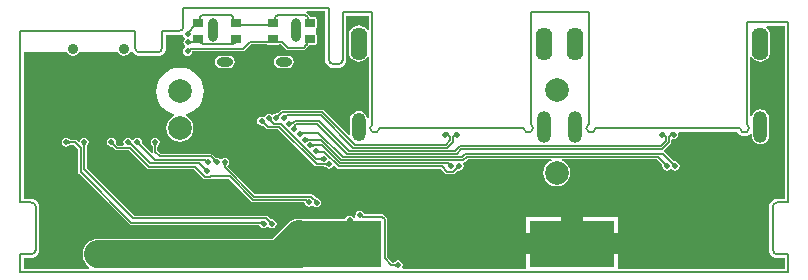
<source format=gbl>
G04*
G04 #@! TF.GenerationSoftware,Altium Limited,Altium Designer,20.2.7 (254)*
G04*
G04 Layer_Physical_Order=2*
G04 Layer_Color=16711680*
%FSLAX43Y43*%
%MOMM*%
G71*
G04*
G04 #@! TF.SameCoordinates,2D86DA50-308A-4E10-9511-59D9385B8F58*
G04*
G04*
G04 #@! TF.FilePolarity,Positive*
G04*
G01*
G75*
%ADD12C,0.200*%
%ADD15C,0.150*%
G04:AMPARAMS|DCode=19|XSize=0.9mm|YSize=0.7mm|CornerRadius=0.105mm|HoleSize=0mm|Usage=FLASHONLY|Rotation=180.000|XOffset=0mm|YOffset=0mm|HoleType=Round|Shape=RoundedRectangle|*
%AMROUNDEDRECTD19*
21,1,0.900,0.490,0,0,180.0*
21,1,0.690,0.700,0,0,180.0*
1,1,0.210,-0.345,0.245*
1,1,0.210,0.345,0.245*
1,1,0.210,0.345,-0.245*
1,1,0.210,-0.345,-0.245*
%
%ADD19ROUNDEDRECTD19*%
%ADD63C,0.130*%
%ADD65O,1.400X0.800*%
%ADD66O,0.800X2.000*%
%ADD67O,1.200X2.700*%
%ADD68O,1.400X2.800*%
%ADD69O,1.200X2.400*%
%ADD70C,2.000*%
%ADD71C,0.900*%
%ADD72C,0.500*%
%ADD73R,7.200X4.000*%
%ADD74C,2.400*%
G36*
X25794Y18000D02*
X25794D01*
X25818Y17817D01*
X25889Y17647D01*
X26001Y17501D01*
X26147Y17389D01*
X26317Y17318D01*
X26500Y17294D01*
Y17294D01*
X26500Y17294D01*
X26900D01*
Y17294D01*
X27083Y17318D01*
X27253Y17389D01*
X27399Y17501D01*
X27511Y17647D01*
X27582Y17817D01*
X27606Y18000D01*
X27606D01*
Y21694D01*
X29494D01*
Y20520D01*
X29428Y20490D01*
X29367Y20485D01*
X29247Y20642D01*
X29074Y20775D01*
X28872Y20859D01*
X28655Y20887D01*
X28438Y20859D01*
X28236Y20775D01*
X28063Y20642D01*
X27930Y20469D01*
X27846Y20267D01*
X27818Y20050D01*
Y18650D01*
X27846Y18433D01*
X27930Y18231D01*
X28063Y18058D01*
X28236Y17925D01*
X28438Y17841D01*
X28655Y17813D01*
X28872Y17841D01*
X29074Y17925D01*
X29247Y18058D01*
X29367Y18215D01*
X29428Y18209D01*
X29494Y18180D01*
Y13092D01*
X29367Y13084D01*
X29366Y13091D01*
X29293Y13268D01*
X29176Y13421D01*
X29023Y13538D01*
X28846Y13611D01*
X28655Y13636D01*
X28464Y13611D01*
X28287Y13538D01*
X28134Y13421D01*
X28017Y13268D01*
X27944Y13091D01*
X27919Y12900D01*
Y11700D01*
X27927Y11633D01*
X27807Y11574D01*
X25681Y13701D01*
X25616Y13744D01*
X25540Y13759D01*
X22171D01*
X22095Y13744D01*
X22031Y13701D01*
X21817Y13487D01*
X21803Y13482D01*
X21792Y13473D01*
X21787Y13469D01*
X21780Y13465D01*
X21771Y13461D01*
X21760Y13457D01*
X21747Y13453D01*
X21731Y13450D01*
X21713Y13447D01*
X21693Y13446D01*
X21666Y13446D01*
X21653Y13440D01*
X21518Y13413D01*
X21419Y13347D01*
X21376Y13330D01*
X21244Y13336D01*
X21173Y13383D01*
X21025Y13412D01*
X20877Y13383D01*
X20751Y13299D01*
X20667Y13173D01*
X20531Y13142D01*
X20425Y13163D01*
X20276Y13133D01*
X20151Y13049D01*
X20067Y12924D01*
X20037Y12775D01*
X20067Y12627D01*
X20151Y12501D01*
X20276Y12417D01*
X20425Y12388D01*
X20468Y12397D01*
X20493Y12391D01*
X20516Y12394D01*
X20532Y12396D01*
X20546Y12396D01*
X20557Y12395D01*
X20566Y12393D01*
X20573Y12391D01*
X20578Y12389D01*
X20583Y12386D01*
X20588Y12383D01*
X20598Y12374D01*
X20607Y12370D01*
X20612Y12362D01*
X20621Y12361D01*
X20798Y12183D01*
X20863Y12140D01*
X20939Y12125D01*
X21812D01*
X24930Y9007D01*
X24995Y8963D01*
X25071Y8948D01*
X25737D01*
X25751Y8942D01*
X25765Y8941D01*
X25772Y8940D01*
X25780Y8938D01*
X25789Y8934D01*
X25800Y8929D01*
X25811Y8923D01*
X25825Y8914D01*
X25839Y8903D01*
X25854Y8889D01*
X25873Y8871D01*
X25887Y8866D01*
X26001Y8789D01*
X26150Y8760D01*
X26298Y8789D01*
X26424Y8873D01*
X26491Y8974D01*
X26630Y9015D01*
X26836Y8809D01*
X26836Y8809D01*
X26900Y8766D01*
X26976Y8751D01*
X35593D01*
X35984Y8359D01*
X35984Y8359D01*
X36049Y8316D01*
X36125Y8301D01*
X36125Y8301D01*
X36647D01*
X36723Y8316D01*
X36788Y8359D01*
X36985Y8557D01*
X37000Y8562D01*
X37010Y8571D01*
X37016Y8575D01*
X37023Y8579D01*
X37032Y8584D01*
X37042Y8588D01*
X37056Y8591D01*
X37071Y8594D01*
X37089Y8597D01*
X37110Y8598D01*
X37136Y8598D01*
X37149Y8604D01*
X37284Y8631D01*
X37410Y8715D01*
X37494Y8841D01*
X37524Y8989D01*
X37494Y9137D01*
X37470Y9174D01*
X37482Y9226D01*
X37533Y9308D01*
X37576Y9316D01*
X37641Y9359D01*
X37857Y9576D01*
X44955D01*
X44980Y9449D01*
X44830Y9387D01*
X44594Y9206D01*
X44413Y8970D01*
X44299Y8695D01*
X44260Y8400D01*
X44299Y8105D01*
X44413Y7830D01*
X44594Y7594D01*
X44830Y7413D01*
X45105Y7299D01*
X45400Y7260D01*
X45695Y7299D01*
X45970Y7413D01*
X46206Y7594D01*
X46387Y7830D01*
X46501Y8105D01*
X46540Y8400D01*
X46501Y8695D01*
X46387Y8970D01*
X46206Y9206D01*
X45970Y9387D01*
X45820Y9449D01*
X45845Y9576D01*
X53869D01*
X54304Y9140D01*
X54309Y9126D01*
X54319Y9115D01*
X54323Y9110D01*
X54327Y9103D01*
X54331Y9094D01*
X54335Y9083D01*
X54339Y9070D01*
X54342Y9054D01*
X54344Y9036D01*
X54346Y9016D01*
X54346Y8989D01*
X54352Y8976D01*
X54379Y8841D01*
X54463Y8715D01*
X54589Y8631D01*
X54737Y8602D01*
X54885Y8631D01*
X55010Y8715D01*
X55039Y8733D01*
X55150D01*
X55162Y8715D01*
X55288Y8631D01*
X55436Y8602D01*
X55584Y8631D01*
X55710Y8715D01*
X55794Y8841D01*
X55824Y8989D01*
X55794Y9137D01*
X55710Y9263D01*
X55584Y9347D01*
X55449Y9374D01*
X55436Y9380D01*
X55410Y9380D01*
X55389Y9382D01*
X55371Y9384D01*
X55356Y9387D01*
X55342Y9391D01*
X55332Y9395D01*
X55323Y9399D01*
X55316Y9403D01*
X55310Y9407D01*
X55300Y9416D01*
X55285Y9422D01*
X54531Y10176D01*
X54523Y10181D01*
X54501Y10327D01*
X54503Y10335D01*
X55064Y10896D01*
X55107Y10960D01*
X55122Y11036D01*
X55122Y11036D01*
Y11161D01*
X55249Y11263D01*
X55300Y11253D01*
X55449Y11283D01*
X55574Y11367D01*
X55658Y11492D01*
X55688Y11641D01*
X55663Y11767D01*
X55729Y11894D01*
X60669D01*
X60689Y11847D01*
X60801Y11701D01*
X60947Y11589D01*
X61117Y11518D01*
X61300Y11494D01*
X61483Y11518D01*
X61653Y11589D01*
X61782Y11687D01*
X61909Y11656D01*
Y11550D01*
X61934Y11359D01*
X62007Y11182D01*
X62124Y11029D01*
X62277Y10912D01*
X62454Y10839D01*
X62645Y10814D01*
X62836Y10839D01*
X63013Y10912D01*
X63166Y11029D01*
X63283Y11182D01*
X63356Y11359D01*
X63381Y11550D01*
Y13050D01*
X63356Y13241D01*
X63283Y13418D01*
X63166Y13571D01*
X63013Y13688D01*
X62836Y13761D01*
X62645Y13786D01*
X62454Y13761D01*
X62277Y13688D01*
X62124Y13571D01*
X62007Y13418D01*
X61934Y13241D01*
X61933Y13234D01*
X61806Y13242D01*
Y18180D01*
X61872Y18210D01*
X61933Y18215D01*
X62053Y18058D01*
X62226Y17925D01*
X62428Y17841D01*
X62645Y17813D01*
X62862Y17841D01*
X63064Y17925D01*
X63237Y18058D01*
X63370Y18231D01*
X63454Y18433D01*
X63482Y18650D01*
Y20050D01*
X63454Y20267D01*
X63370Y20469D01*
X63237Y20642D01*
X63139Y20717D01*
X63182Y20844D01*
X64694D01*
Y6206D01*
X64100D01*
Y6206D01*
X63917Y6182D01*
X63747Y6111D01*
X63601Y5999D01*
X63489Y5853D01*
X63418Y5683D01*
X63394Y5500D01*
X63394D01*
Y1900D01*
X63394D01*
X63418Y1717D01*
X63489Y1547D01*
X63601Y1401D01*
X63747Y1289D01*
X63917Y1218D01*
X64100Y1194D01*
Y1194D01*
X64694D01*
Y306D01*
X50600D01*
Y1500D01*
X46700D01*
X42800D01*
Y306D01*
X32388D01*
X32320Y433D01*
X32333Y452D01*
X32362Y600D01*
X32333Y748D01*
X32249Y874D01*
X32123Y958D01*
X31975Y987D01*
X31827Y958D01*
X31713Y882D01*
X31699Y876D01*
X31682Y860D01*
X31669Y849D01*
X31657Y840D01*
X31645Y833D01*
X31634Y827D01*
X31624Y823D01*
X31615Y820D01*
X31605Y818D01*
X31596Y816D01*
X31580Y816D01*
X31566Y809D01*
X31487D01*
X31042Y1253D01*
Y4508D01*
X31027Y4588D01*
X30981Y4656D01*
X30790Y4848D01*
X30722Y4893D01*
X30642Y4909D01*
X29092D01*
X29085Y4949D01*
X29001Y5075D01*
X28875Y5159D01*
X28727Y5188D01*
X28578Y5159D01*
X28453Y5075D01*
X28369Y4949D01*
X28339Y4801D01*
X28364Y4675D01*
X28317Y4606D01*
X28276Y4563D01*
X28201Y4561D01*
X28142Y4649D01*
X28017Y4733D01*
X27868Y4762D01*
X27720Y4733D01*
X27594Y4649D01*
X27515Y4530D01*
X23687D01*
X23600Y4541D01*
X23513Y4530D01*
X23270D01*
Y4498D01*
X23253Y4496D01*
X22929Y4362D01*
X22651Y4149D01*
X21344Y2841D01*
X8100Y2841D01*
X6600D01*
X6253Y2796D01*
X6171Y2762D01*
X6152Y2758D01*
X6136Y2747D01*
X5929Y2662D01*
X5651Y2449D01*
X5438Y2171D01*
X5353Y1964D01*
X5342Y1948D01*
X5338Y1929D01*
X5304Y1847D01*
X5259Y1500D01*
X5304Y1153D01*
X5338Y1071D01*
X5342Y1052D01*
X5353Y1036D01*
X5438Y829D01*
X5651Y551D01*
X5806Y433D01*
X5763Y306D01*
X306D01*
Y1194D01*
X900D01*
Y1194D01*
X1083Y1218D01*
X1253Y1289D01*
X1399Y1401D01*
X1511Y1547D01*
X1582Y1717D01*
X1606Y1900D01*
X1606D01*
Y5500D01*
X1606D01*
X1582Y5683D01*
X1511Y5853D01*
X1399Y5999D01*
X1253Y6111D01*
X1083Y6182D01*
X900Y6206D01*
Y6206D01*
X306D01*
Y18600D01*
X3953D01*
X4032Y18482D01*
X4224Y18354D01*
X4450Y18309D01*
X4676Y18354D01*
X4868Y18482D01*
X4947Y18600D01*
X8253D01*
X8332Y18482D01*
X8524Y18354D01*
X8750Y18309D01*
X8976Y18354D01*
X9168Y18482D01*
X9247Y18600D01*
X9525D01*
X9601Y18501D01*
X9747Y18389D01*
X9917Y18318D01*
X10100Y18294D01*
Y18294D01*
X10100Y18294D01*
X11600D01*
X11600Y18294D01*
Y18294D01*
X11783Y18318D01*
X11953Y18389D01*
X12099Y18501D01*
X12211Y18647D01*
X12282Y18817D01*
X12306Y19000D01*
X12306D01*
Y20094D01*
X13400D01*
X13400Y20094D01*
Y20094D01*
X13583Y20118D01*
X13639Y20141D01*
X13641Y20141D01*
X13775Y20060D01*
X13789Y19990D01*
X13873Y19865D01*
X13895Y19850D01*
Y19723D01*
X13892Y19721D01*
X13808Y19596D01*
X13778Y19447D01*
X13808Y19299D01*
X13892Y19173D01*
X13919Y19155D01*
Y19003D01*
X13876Y18974D01*
X13792Y18848D01*
X13763Y18700D01*
X13792Y18552D01*
X13876Y18426D01*
X14002Y18342D01*
X14150Y18313D01*
X14298Y18342D01*
X14424Y18426D01*
X14508Y18552D01*
X14537Y18700D01*
X14538Y18701D01*
X18833D01*
X18909Y18716D01*
X18974Y18759D01*
X19516Y19301D01*
X20858D01*
X20869Y19286D01*
X20947Y19234D01*
X21038Y19215D01*
X21728D01*
X21820Y19234D01*
X21898Y19286D01*
X21907Y19299D01*
X22070D01*
X22509Y18859D01*
X22574Y18816D01*
X22650Y18801D01*
X23972D01*
X24048Y18816D01*
X24112Y18859D01*
X24306Y19053D01*
X24306Y19053D01*
X24374Y19121D01*
X24374Y19121D01*
X24417Y19186D01*
X24423Y19215D01*
X24895D01*
X24987Y19234D01*
X25064Y19286D01*
X25116Y19363D01*
X25135Y19455D01*
Y19945D01*
X25116Y20037D01*
X25064Y20114D01*
X24987Y20166D01*
X24982Y20167D01*
Y20633D01*
X24987Y20634D01*
X25064Y20686D01*
X25116Y20763D01*
X25135Y20855D01*
Y21345D01*
X25116Y21437D01*
X25064Y21514D01*
X24987Y21566D01*
X24895Y21585D01*
X24527D01*
X24515Y21645D01*
X24472Y21709D01*
X24241Y21941D01*
X24201Y21967D01*
X24222Y22094D01*
X25794D01*
Y18000D01*
D02*
G37*
G36*
X14331Y19639D02*
X14382Y19610D01*
X14407Y19598D01*
X14454Y19580D01*
X14476Y19573D01*
X14497Y19569D01*
X14517Y19566D01*
X14536Y19565D01*
X14566Y19435D01*
X14544Y19434D01*
X14522Y19430D01*
X14502Y19424D01*
X14482Y19416D01*
X14463Y19405D01*
X14444Y19391D01*
X14426Y19376D01*
X14409Y19357D01*
X14393Y19337D01*
X14377Y19314D01*
X14304Y19656D01*
X14331Y19639D01*
D02*
G37*
G36*
X14457Y18854D02*
X14444Y18840D01*
X14413Y18805D01*
X14406Y18795D01*
X14401Y18785D01*
X14396Y18777D01*
X14394Y18769D01*
X14393Y18763D01*
X14393Y18757D01*
X14286Y18909D01*
X14292Y18907D01*
X14298Y18906D01*
X14304Y18906D01*
X14311Y18907D01*
X14319Y18910D01*
X14327Y18915D01*
X14336Y18920D01*
X14345Y18927D01*
X14355Y18936D01*
X14365Y18946D01*
X14457Y18854D01*
D02*
G37*
G36*
X21989Y13286D02*
X21975Y13270D01*
X21962Y13253D01*
X21951Y13234D01*
X21942Y13214D01*
X21933Y13192D01*
X21927Y13168D01*
X21922Y13143D01*
X21918Y13116D01*
X21917Y13088D01*
X21916Y13057D01*
X21669Y13305D01*
X21699Y13305D01*
X21727Y13307D01*
X21754Y13311D01*
X21779Y13316D01*
X21803Y13322D01*
X21825Y13330D01*
X21845Y13340D01*
X21864Y13351D01*
X21881Y13364D01*
X21897Y13378D01*
X21989Y13286D01*
D02*
G37*
G36*
X21276Y12995D02*
X21278Y12967D01*
X21282Y12940D01*
X21287Y12915D01*
X21294Y12891D01*
X21302Y12869D01*
X21311Y12848D01*
X21323Y12830D01*
X21335Y12812D01*
X21349Y12797D01*
X21258Y12704D01*
X21243Y12718D01*
X21225Y12730D01*
X21206Y12741D01*
X21186Y12751D01*
X21164Y12759D01*
X21140Y12765D01*
X21115Y12770D01*
X21089Y12773D01*
X21060Y12775D01*
X21030Y12775D01*
X21275Y13025D01*
X21276Y12995D01*
D02*
G37*
G36*
X22955Y12689D02*
X22959Y12686D01*
X22966Y12684D01*
X22974Y12682D01*
X22984Y12680D01*
X22995Y12678D01*
X23024Y12676D01*
X23059Y12675D01*
Y12545D01*
X23046Y12545D01*
X23023Y12543D01*
X23014Y12542D01*
X23006Y12540D01*
X23000Y12537D01*
X22994Y12534D01*
X22990Y12531D01*
X22988Y12527D01*
X22986Y12522D01*
X22952Y12693D01*
X22955Y12689D01*
D02*
G37*
G36*
X20677Y12786D02*
X20691Y12729D01*
X20699Y12703D01*
X20709Y12679D01*
X20719Y12657D01*
X20729Y12637D01*
X20741Y12619D01*
X20754Y12602D01*
X20767Y12587D01*
X20692Y12478D01*
X20676Y12493D01*
X20658Y12506D01*
X20639Y12516D01*
X20619Y12524D01*
X20598Y12530D01*
X20575Y12535D01*
X20551Y12536D01*
X20526Y12536D01*
X20499Y12534D01*
X20471Y12530D01*
X20671Y12817D01*
X20677Y12786D01*
D02*
G37*
G36*
X23308Y12408D02*
X23312Y12352D01*
X23314Y12342D01*
X23316Y12334D01*
X23319Y12327D01*
X23322Y12322D01*
X23325Y12319D01*
X23154Y12354D01*
X23159Y12356D01*
X23163Y12358D01*
X23166Y12362D01*
X23169Y12367D01*
X23172Y12374D01*
X23174Y12382D01*
X23176Y12391D01*
X23177Y12402D01*
X23178Y12427D01*
X23308D01*
X23308Y12408D01*
D02*
G37*
G36*
X24300Y11354D02*
X24322Y11335D01*
X24343Y11319D01*
X24364Y11305D01*
X24386Y11292D01*
X24407Y11283D01*
X24428Y11275D01*
X24449Y11269D01*
X24470Y11266D01*
X24491Y11265D01*
Y11135D01*
X24470Y11134D01*
X24449Y11131D01*
X24428Y11125D01*
X24407Y11117D01*
X24386Y11108D01*
X24364Y11095D01*
X24343Y11081D01*
X24322Y11065D01*
X24300Y11046D01*
X24279Y11025D01*
Y11375D01*
X24300Y11354D01*
D02*
G37*
G36*
X24746Y10889D02*
X24767Y10870D01*
X24789Y10854D01*
X24810Y10840D01*
X24831Y10827D01*
X24852Y10818D01*
X24874Y10810D01*
X24895Y10804D01*
X24916Y10801D01*
X24937Y10800D01*
Y10670D01*
X24916Y10669D01*
X24895Y10666D01*
X24874Y10660D01*
X24852Y10652D01*
X24831Y10642D01*
X24810Y10630D01*
X24789Y10616D01*
X24767Y10600D01*
X24746Y10581D01*
X24724Y10560D01*
Y10910D01*
X24746Y10889D01*
D02*
G37*
G36*
X25224Y10376D02*
X25239Y10355D01*
X25255Y10337D01*
X25272Y10321D01*
X25289Y10307D01*
X25308Y10296D01*
X25328Y10287D01*
X25348Y10281D01*
X25369Y10278D01*
X25391Y10276D01*
X25355Y10146D01*
X25336Y10146D01*
X25316Y10143D01*
X25295Y10139D01*
X25273Y10133D01*
X25250Y10125D01*
X25200Y10105D01*
X25174Y10092D01*
X25118Y10061D01*
X25210Y10399D01*
X25224Y10376D01*
D02*
G37*
G36*
X25536Y9402D02*
X25512Y9422D01*
X25466Y9455D01*
X25443Y9468D01*
X25420Y9479D01*
X25398Y9489D01*
X25377Y9496D01*
X25356Y9501D01*
X25335Y9504D01*
X25314Y9505D01*
X25302Y9635D01*
X25324Y9636D01*
X25345Y9640D01*
X25366Y9646D01*
X25387Y9654D01*
X25407Y9664D01*
X25427Y9677D01*
X25447Y9692D01*
X25467Y9709D01*
X25486Y9729D01*
X25505Y9751D01*
X25536Y9402D01*
D02*
G37*
G36*
X36235Y9258D02*
X36249Y9247D01*
X36262Y9237D01*
X36275Y9230D01*
X36288Y9224D01*
X36301Y9220D01*
X36313Y9218D01*
X36325Y9218D01*
X36337Y9220D01*
X36349Y9223D01*
X36193Y9043D01*
X36194Y9055D01*
X36194Y9068D01*
X36193Y9080D01*
X36189Y9093D01*
X36183Y9107D01*
X36176Y9121D01*
X36167Y9135D01*
X36157Y9149D01*
X36144Y9164D01*
X36130Y9179D01*
X36222Y9271D01*
X36235Y9258D01*
D02*
G37*
G36*
X55221Y9298D02*
X55238Y9285D01*
X55257Y9274D01*
X55278Y9265D01*
X55300Y9257D01*
X55323Y9250D01*
X55348Y9245D01*
X55375Y9241D01*
X55404Y9240D01*
X55434Y9239D01*
X55186Y8992D01*
X55186Y9022D01*
X55184Y9050D01*
X55180Y9077D01*
X55175Y9102D01*
X55169Y9126D01*
X55161Y9148D01*
X55151Y9168D01*
X55140Y9187D01*
X55128Y9204D01*
X55113Y9220D01*
X55205Y9312D01*
X55221Y9298D01*
D02*
G37*
G36*
X54522Y9298D02*
X54539Y9285D01*
X54558Y9274D01*
X54578Y9265D01*
X54600Y9257D01*
X54624Y9250D01*
X54649Y9245D01*
X54676Y9241D01*
X54704Y9240D01*
X54734Y9239D01*
X54487Y8992D01*
X54486Y9022D01*
X54484Y9050D01*
X54481Y9077D01*
X54476Y9102D01*
X54469Y9126D01*
X54461Y9148D01*
X54452Y9168D01*
X54441Y9187D01*
X54428Y9204D01*
X54414Y9220D01*
X54506Y9312D01*
X54522Y9298D01*
D02*
G37*
G36*
X25971Y8972D02*
X25950Y8993D01*
X25928Y9012D01*
X25907Y9028D01*
X25885Y9043D01*
X25864Y9055D01*
X25843Y9065D01*
X25822Y9072D01*
X25800Y9078D01*
X25779Y9081D01*
X25758Y9082D01*
Y9212D01*
X25779Y9213D01*
X25800Y9217D01*
X25822Y9222D01*
X25843Y9230D01*
X25864Y9240D01*
X25885Y9252D01*
X25907Y9266D01*
X25928Y9283D01*
X25950Y9301D01*
X25971Y9322D01*
Y8972D01*
D02*
G37*
G36*
X37134Y8739D02*
X37104Y8739D01*
X37075Y8737D01*
X37048Y8733D01*
X37023Y8728D01*
X37000Y8722D01*
X36978Y8714D01*
X36957Y8704D01*
X36938Y8693D01*
X36921Y8680D01*
X36905Y8666D01*
X36813Y8758D01*
X36828Y8774D01*
X36840Y8791D01*
X36851Y8810D01*
X36861Y8830D01*
X36869Y8853D01*
X36875Y8876D01*
X36880Y8901D01*
X36884Y8928D01*
X36886Y8957D01*
X36886Y8987D01*
X37134Y8739D01*
D02*
G37*
G36*
X31796Y425D02*
X31777Y444D01*
X31757Y461D01*
X31736Y476D01*
X31716Y489D01*
X31695Y500D01*
X31674Y509D01*
X31652Y516D01*
X31631Y521D01*
X31609Y524D01*
X31587Y525D01*
Y675D01*
X31609Y676D01*
X31631Y679D01*
X31652Y684D01*
X31674Y691D01*
X31695Y700D01*
X31716Y711D01*
X31736Y724D01*
X31757Y739D01*
X31777Y756D01*
X31796Y775D01*
Y425D01*
D02*
G37*
%LPC*%
G36*
X22600Y18340D02*
X22000D01*
X21793Y18299D01*
X21618Y18182D01*
X21501Y18007D01*
X21460Y17800D01*
X21501Y17593D01*
X21618Y17418D01*
X21793Y17301D01*
X22000Y17260D01*
X22600D01*
X22807Y17301D01*
X22982Y17418D01*
X23099Y17593D01*
X23140Y17800D01*
X23099Y18007D01*
X22982Y18182D01*
X22807Y18299D01*
X22600Y18340D01*
D02*
G37*
G36*
X17600D02*
X17000D01*
X16793Y18299D01*
X16618Y18182D01*
X16501Y18007D01*
X16460Y17800D01*
X16501Y17593D01*
X16618Y17418D01*
X16793Y17301D01*
X17000Y17260D01*
X17600D01*
X17807Y17301D01*
X17982Y17418D01*
X18099Y17593D01*
X18140Y17800D01*
X18099Y18007D01*
X17982Y18182D01*
X17807Y18299D01*
X17600Y18340D01*
D02*
G37*
G36*
X13500Y17310D02*
X13108Y17271D01*
X12731Y17157D01*
X12383Y16971D01*
X12079Y16721D01*
X11829Y16417D01*
X11643Y16069D01*
X11529Y15692D01*
X11490Y15300D01*
X11529Y14908D01*
X11643Y14531D01*
X11829Y14183D01*
X12079Y13879D01*
X12383Y13629D01*
X12731Y13443D01*
X13011Y13358D01*
X13018Y13223D01*
X12930Y13187D01*
X12694Y13006D01*
X12513Y12770D01*
X12399Y12495D01*
X12360Y12200D01*
X12399Y11905D01*
X12513Y11630D01*
X12694Y11394D01*
X12930Y11213D01*
X13205Y11099D01*
X13500Y11060D01*
X13795Y11099D01*
X14070Y11213D01*
X14306Y11394D01*
X14487Y11630D01*
X14601Y11905D01*
X14640Y12200D01*
X14601Y12495D01*
X14487Y12770D01*
X14306Y13006D01*
X14070Y13187D01*
X13982Y13223D01*
X13989Y13358D01*
X14269Y13443D01*
X14617Y13629D01*
X14921Y13879D01*
X15171Y14183D01*
X15357Y14531D01*
X15471Y14908D01*
X15510Y15300D01*
X15471Y15692D01*
X15357Y16069D01*
X15171Y16417D01*
X14921Y16721D01*
X14617Y16971D01*
X14269Y17157D01*
X13892Y17271D01*
X13500Y17310D01*
D02*
G37*
G36*
X9104Y11393D02*
X8956Y11364D01*
X8830Y11280D01*
X8746Y11154D01*
X8717Y11006D01*
X8746Y10858D01*
X8767Y10826D01*
X8699Y10699D01*
X8282D01*
X8132Y10849D01*
X8127Y10863D01*
X8118Y10874D01*
X8114Y10879D01*
X8110Y10887D01*
X8106Y10895D01*
X8102Y10906D01*
X8098Y10919D01*
X8095Y10935D01*
X8092Y10953D01*
X8091Y10973D01*
X8091Y11000D01*
X8085Y11013D01*
X8058Y11148D01*
X7974Y11274D01*
X7848Y11358D01*
X7700Y11387D01*
X7552Y11358D01*
X7426Y11274D01*
X7342Y11148D01*
X7313Y11000D01*
X7342Y10852D01*
X7426Y10726D01*
X7552Y10642D01*
X7687Y10615D01*
X7700Y10609D01*
X7727Y10609D01*
X7747Y10608D01*
X7765Y10605D01*
X7781Y10602D01*
X7794Y10598D01*
X7805Y10594D01*
X7813Y10590D01*
X7821Y10586D01*
X7826Y10582D01*
X7837Y10573D01*
X7851Y10568D01*
X8059Y10359D01*
X8124Y10316D01*
X8200Y10301D01*
X9218D01*
X10759Y8759D01*
X10824Y8716D01*
X10900Y8701D01*
X14737D01*
X15239Y8200D01*
X15239Y8199D01*
X15499Y7939D01*
X15564Y7896D01*
X15640Y7881D01*
X16009D01*
X16085Y7896D01*
X16093Y7901D01*
X17637D01*
X19579Y5959D01*
X19643Y5916D01*
X19720Y5901D01*
X24046D01*
X24071Y5774D01*
X24155Y5649D01*
X24281Y5565D01*
X24429Y5535D01*
X24577Y5565D01*
X24645Y5610D01*
X24797Y5602D01*
X24818Y5592D01*
X24928Y5518D01*
X25076Y5488D01*
X25225Y5518D01*
X25350Y5602D01*
X25434Y5727D01*
X25464Y5876D01*
X25434Y6024D01*
X25350Y6150D01*
X25225Y6234D01*
X25193Y6240D01*
X25176Y6253D01*
X25118Y6270D01*
X25098Y6277D01*
X25057Y6293D01*
X25044Y6300D01*
X25031Y6307D01*
X25021Y6314D01*
X25014Y6319D01*
X25005Y6328D01*
X24990Y6334D01*
X24783Y6541D01*
X24718Y6584D01*
X24642Y6599D01*
X19882D01*
X17521Y8960D01*
X17523Y8962D01*
X17531Y8975D01*
X17542Y8988D01*
X17555Y9003D01*
X17572Y9021D01*
X17577Y9032D01*
X17657Y9152D01*
X17686Y9300D01*
X17657Y9448D01*
X17573Y9574D01*
X17447Y9658D01*
X17299Y9687D01*
X17150Y9658D01*
X17025Y9574D01*
X17013Y9556D01*
X16886D01*
X16874Y9574D01*
X16748Y9658D01*
X16613Y9685D01*
X16600Y9691D01*
X16573Y9691D01*
X16553Y9692D01*
X16535Y9695D01*
X16519Y9698D01*
X16506Y9702D01*
X16495Y9706D01*
X16486Y9710D01*
X16479Y9714D01*
X16474Y9718D01*
X16463Y9727D01*
X16449Y9732D01*
X16241Y9941D01*
X16176Y9984D01*
X16100Y9999D01*
X11882D01*
X11599Y10282D01*
Y10587D01*
X11606Y10601D01*
X11606Y10615D01*
X11607Y10622D01*
X11609Y10630D01*
X11613Y10639D01*
X11618Y10650D01*
X11624Y10662D01*
X11633Y10675D01*
X11644Y10689D01*
X11658Y10705D01*
X11676Y10723D01*
X11681Y10737D01*
X11758Y10852D01*
X11787Y11000D01*
X11758Y11148D01*
X11674Y11274D01*
X11548Y11358D01*
X11400Y11387D01*
X11252Y11358D01*
X11126Y11274D01*
X11042Y11148D01*
X11013Y11000D01*
X11042Y10852D01*
X11119Y10737D01*
X11124Y10723D01*
X11142Y10705D01*
X11156Y10689D01*
X11167Y10675D01*
X11176Y10662D01*
X11182Y10650D01*
X11187Y10639D01*
X11191Y10630D01*
X11193Y10622D01*
X11194Y10615D01*
X11194Y10601D01*
X11201Y10587D01*
Y10200D01*
X11211Y10150D01*
X11131Y10086D01*
X11106Y10075D01*
X10332Y10849D01*
X10327Y10863D01*
X10318Y10874D01*
X10314Y10879D01*
X10310Y10887D01*
X10306Y10895D01*
X10302Y10906D01*
X10298Y10919D01*
X10295Y10935D01*
X10292Y10953D01*
X10291Y10973D01*
X10291Y11000D01*
X10285Y11013D01*
X10258Y11148D01*
X10174Y11274D01*
X10048Y11358D01*
X9900Y11387D01*
X9752Y11358D01*
X9626Y11274D01*
X9575Y11197D01*
X9571Y11195D01*
X9432Y11198D01*
X9378Y11280D01*
X9252Y11364D01*
X9104Y11393D01*
D02*
G37*
G36*
X3875Y11387D02*
X3727Y11358D01*
X3601Y11274D01*
X3517Y11148D01*
X3488Y11000D01*
X3517Y10852D01*
X3601Y10726D01*
X3727Y10642D01*
X3875Y10613D01*
X4023Y10642D01*
X4137Y10718D01*
X4151Y10724D01*
X4168Y10740D01*
X4181Y10751D01*
X4193Y10760D01*
X4205Y10767D01*
X4216Y10773D01*
X4226Y10777D01*
X4235Y10780D01*
X4245Y10782D01*
X4254Y10784D01*
X4270Y10784D01*
X4284Y10791D01*
X4513D01*
X4878Y10426D01*
Y8488D01*
X4894Y8408D01*
X4940Y8340D01*
X4983Y8311D01*
X9234Y4059D01*
X9299Y4016D01*
X9375Y4001D01*
X20181D01*
X20195Y3994D01*
X20209Y3994D01*
X20213Y3993D01*
X20215Y3992D01*
X20216Y3992D01*
X20217Y3991D01*
X20218Y3990D01*
X20221Y3987D01*
X20225Y3982D01*
X20230Y3973D01*
X20237Y3955D01*
X20244Y3948D01*
X20326Y3826D01*
X20452Y3742D01*
X20600Y3713D01*
X20748Y3742D01*
X20874Y3826D01*
X20881Y3837D01*
X21034D01*
X21043Y3823D01*
X21168Y3739D01*
X21317Y3710D01*
X21465Y3739D01*
X21591Y3823D01*
X21675Y3949D01*
X21704Y4097D01*
X21675Y4246D01*
X21591Y4371D01*
X21465Y4455D01*
X21330Y4482D01*
X21316Y4488D01*
X21290Y4489D01*
X21270Y4490D01*
X21252Y4492D01*
X21236Y4495D01*
X21223Y4499D01*
X21212Y4503D01*
X21203Y4507D01*
X21196Y4511D01*
X21190Y4515D01*
X21180Y4525D01*
X21165Y4530D01*
X20970Y4725D01*
X20906Y4768D01*
X20830Y4783D01*
X9598D01*
X5599Y8782D01*
Y10587D01*
X5606Y10601D01*
X5606Y10615D01*
X5607Y10622D01*
X5609Y10630D01*
X5613Y10639D01*
X5618Y10650D01*
X5624Y10662D01*
X5633Y10675D01*
X5644Y10689D01*
X5658Y10705D01*
X5676Y10723D01*
X5681Y10737D01*
X5758Y10852D01*
X5787Y11000D01*
X5758Y11148D01*
X5674Y11274D01*
X5548Y11358D01*
X5400Y11387D01*
X5252Y11358D01*
X5126Y11274D01*
X5042Y11148D01*
X5023Y11052D01*
X4892Y11003D01*
X4748Y11148D01*
X4680Y11193D01*
X4600Y11209D01*
X4284D01*
X4270Y11216D01*
X4254Y11216D01*
X4245Y11218D01*
X4235Y11220D01*
X4226Y11223D01*
X4216Y11227D01*
X4205Y11233D01*
X4193Y11240D01*
X4181Y11249D01*
X4168Y11260D01*
X4151Y11276D01*
X4137Y11282D01*
X4023Y11358D01*
X3875Y11387D01*
D02*
G37*
G36*
X50600Y4700D02*
X47600D01*
Y3300D01*
X50600D01*
Y4700D01*
D02*
G37*
G36*
X45800D02*
X42800D01*
Y3300D01*
X45800D01*
Y4700D01*
D02*
G37*
%LPD*%
G36*
X9355Y11035D02*
X9383Y10952D01*
X9394Y10929D01*
X9416Y10887D01*
X9428Y10869D01*
X9440Y10853D01*
X9453Y10839D01*
X9386Y10722D01*
X9369Y10737D01*
X9352Y10749D01*
X9333Y10759D01*
X9313Y10767D01*
X9292Y10773D01*
X9270Y10776D01*
X9247Y10777D01*
X9222Y10775D01*
X9197Y10771D01*
X9170Y10765D01*
X9346Y11067D01*
X9355Y11035D01*
D02*
G37*
G36*
X10150Y10967D02*
X10152Y10939D01*
X10156Y10912D01*
X10161Y10887D01*
X10167Y10863D01*
X10175Y10841D01*
X10185Y10821D01*
X10196Y10802D01*
X10209Y10785D01*
X10223Y10769D01*
X10131Y10677D01*
X10115Y10691D01*
X10098Y10704D01*
X10079Y10715D01*
X10059Y10725D01*
X10037Y10733D01*
X10013Y10739D01*
X9988Y10744D01*
X9961Y10748D01*
X9932Y10750D01*
X9903Y10750D01*
X10150Y10998D01*
X10150Y10967D01*
D02*
G37*
G36*
X7950Y10967D02*
X7952Y10939D01*
X7956Y10912D01*
X7961Y10887D01*
X7967Y10863D01*
X7975Y10841D01*
X7985Y10821D01*
X7996Y10802D01*
X8009Y10785D01*
X8023Y10769D01*
X7931Y10677D01*
X7915Y10691D01*
X7898Y10704D01*
X7879Y10715D01*
X7859Y10725D01*
X7837Y10733D01*
X7813Y10739D01*
X7788Y10744D01*
X7761Y10748D01*
X7733Y10750D01*
X7702Y10750D01*
X7950Y10998D01*
X7950Y10967D01*
D02*
G37*
G36*
X11554Y10800D02*
X11535Y10778D01*
X11519Y10757D01*
X11505Y10736D01*
X11493Y10714D01*
X11483Y10693D01*
X11475Y10672D01*
X11469Y10651D01*
X11466Y10630D01*
X11465Y10609D01*
X11335D01*
X11334Y10630D01*
X11331Y10651D01*
X11325Y10672D01*
X11317Y10693D01*
X11307Y10714D01*
X11295Y10736D01*
X11281Y10757D01*
X11265Y10778D01*
X11246Y10800D01*
X11225Y10821D01*
X11575D01*
X11554Y10800D01*
D02*
G37*
G36*
X15691Y9536D02*
X15709Y9521D01*
X15717Y9516D01*
X15725Y9511D01*
X15732Y9509D01*
X15739Y9507D01*
X15745Y9507D01*
X15750Y9508D01*
X15755Y9510D01*
X15653Y9361D01*
X15653Y9366D01*
X15652Y9372D01*
X15649Y9379D01*
X15645Y9387D01*
X15639Y9396D01*
X15632Y9406D01*
X15614Y9428D01*
X15589Y9454D01*
X15681Y9546D01*
X15691Y9536D01*
D02*
G37*
G36*
X16385Y9609D02*
X16402Y9596D01*
X16421Y9585D01*
X16441Y9575D01*
X16463Y9567D01*
X16487Y9561D01*
X16512Y9556D01*
X16539Y9552D01*
X16567Y9550D01*
X16597Y9550D01*
X16350Y9302D01*
X16350Y9333D01*
X16348Y9361D01*
X16344Y9388D01*
X16339Y9413D01*
X16333Y9437D01*
X16325Y9459D01*
X16315Y9479D01*
X16304Y9498D01*
X16291Y9515D01*
X16277Y9531D01*
X16369Y9623D01*
X16385Y9609D01*
D02*
G37*
G36*
X17451Y9099D02*
X17433Y9078D01*
X17417Y9057D01*
X17403Y9036D01*
X17391Y9015D01*
X17381Y8994D01*
X17373Y8973D01*
X17368Y8951D01*
X17365Y8930D01*
X17364Y8909D01*
X17234D01*
X17233Y8930D01*
X17229Y8951D01*
X17224Y8973D01*
X17216Y8994D01*
X17207Y9015D01*
X17195Y9036D01*
X17181Y9057D01*
X17164Y9078D01*
X17146Y9099D01*
X17125Y9120D01*
X17472D01*
X17451Y9099D01*
D02*
G37*
G36*
X15609Y8833D02*
X15626Y8820D01*
X15645Y8809D01*
X15666Y8800D01*
X15688Y8792D01*
X15711Y8785D01*
X15737Y8780D01*
X15763Y8777D01*
X15792Y8775D01*
X15822Y8774D01*
X15574Y8527D01*
X15574Y8557D01*
X15572Y8585D01*
X15568Y8612D01*
X15563Y8637D01*
X15557Y8661D01*
X15549Y8683D01*
X15539Y8703D01*
X15528Y8722D01*
X15516Y8740D01*
X15502Y8755D01*
X15594Y8847D01*
X15609Y8833D01*
D02*
G37*
G36*
X24222Y6138D02*
X24243Y6120D01*
X24248Y6117D01*
X24253Y6114D01*
X24258Y6112D01*
X24261Y6111D01*
X24264Y6112D01*
X24267Y6113D01*
X24185Y5979D01*
X24185Y5981D01*
X24184Y5985D01*
X24181Y5990D01*
X24176Y5995D01*
X24164Y6010D01*
X24134Y6041D01*
X24122Y6054D01*
X24214Y6146D01*
X24222Y6138D01*
D02*
G37*
G36*
X24924Y6212D02*
X24940Y6199D01*
X24958Y6187D01*
X24977Y6176D01*
X24999Y6165D01*
X25049Y6145D01*
X25076Y6136D01*
X25138Y6118D01*
X24835Y5942D01*
X24842Y5968D01*
X24845Y5994D01*
X24847Y6018D01*
X24846Y6042D01*
X24843Y6064D01*
X24838Y6085D01*
X24830Y6105D01*
X24820Y6123D01*
X24807Y6141D01*
X24793Y6158D01*
X24910Y6224D01*
X24924Y6212D01*
D02*
G37*
G36*
X4073Y11156D02*
X4093Y11139D01*
X4114Y11124D01*
X4134Y11111D01*
X4155Y11100D01*
X4176Y11091D01*
X4198Y11084D01*
X4219Y11079D01*
X4241Y11076D01*
X4263Y11075D01*
Y10925D01*
X4241Y10924D01*
X4219Y10921D01*
X4198Y10916D01*
X4176Y10909D01*
X4155Y10900D01*
X4134Y10889D01*
X4114Y10876D01*
X4093Y10861D01*
X4073Y10844D01*
X4054Y10825D01*
Y11175D01*
X4073Y11156D01*
D02*
G37*
G36*
X5554Y10800D02*
X5535Y10778D01*
X5519Y10757D01*
X5505Y10736D01*
X5492Y10714D01*
X5483Y10693D01*
X5475Y10672D01*
X5469Y10651D01*
X5466Y10630D01*
X5465Y10609D01*
X5335D01*
X5334Y10630D01*
X5331Y10651D01*
X5325Y10672D01*
X5317Y10693D01*
X5307Y10714D01*
X5295Y10736D01*
X5281Y10757D01*
X5265Y10778D01*
X5246Y10800D01*
X5225Y10821D01*
X5575D01*
X5554Y10800D01*
D02*
G37*
G36*
X21102Y4406D02*
X21119Y4393D01*
X21138Y4382D01*
X21158Y4373D01*
X21180Y4365D01*
X21204Y4358D01*
X21229Y4353D01*
X21256Y4350D01*
X21284Y4348D01*
X21314Y4347D01*
X21067Y4100D01*
X21066Y4130D01*
X21064Y4158D01*
X21061Y4185D01*
X21056Y4210D01*
X21049Y4234D01*
X21041Y4256D01*
X21032Y4276D01*
X21021Y4295D01*
X21008Y4313D01*
X20994Y4328D01*
X21086Y4420D01*
X21102Y4406D01*
D02*
G37*
G36*
X20366Y4011D02*
X20356Y4035D01*
X20345Y4056D01*
X20332Y4074D01*
X20317Y4090D01*
X20302Y4104D01*
X20285Y4115D01*
X20266Y4124D01*
X20246Y4130D01*
X20225Y4134D01*
X20202Y4135D01*
X20262Y4265D01*
X20279Y4266D01*
X20298Y4268D01*
X20318Y4271D01*
X20363Y4282D01*
X20388Y4289D01*
X20474Y4319D01*
X20506Y4332D01*
X20366Y4011D01*
D02*
G37*
D12*
X900Y1500D02*
G03*
X1300Y1900I0J400D01*
G01*
X42600Y12200D02*
G03*
X43200Y12546I400J0D01*
G01*
X1300Y5500D02*
G03*
X900Y5900I-400J0D01*
G01*
X11600Y18600D02*
G03*
X12000Y19000I0J400D01*
G01*
X63700Y1900D02*
G03*
X64100Y1500I400J0D01*
G01*
Y5900D02*
G03*
X63700Y5500I0J-400D01*
G01*
X60900Y12200D02*
G03*
X61500Y12546I400J0D01*
G01*
X29800D02*
G03*
X30400Y12200I200J-346D01*
G01*
X26100Y18000D02*
G03*
X26500Y17600I400J0D01*
G01*
X48100Y12546D02*
G03*
X48700Y12200I200J-346D01*
G01*
X9700Y19000D02*
G03*
X10100Y18600I400J0D01*
G01*
X13400Y20400D02*
G03*
X13800Y20800I0J400D01*
G01*
X26900Y17600D02*
G03*
X27300Y18000I0J400D01*
G01*
X29800Y12546D02*
Y22000D01*
X27300D02*
X29800D01*
X61500Y12546D02*
Y21150D01*
X65000D01*
X64100Y5900D02*
X65000D01*
Y21150D01*
X0Y5900D02*
Y20400D01*
X65000Y0D02*
Y1500D01*
X26100Y18000D02*
Y22400D01*
X0Y0D02*
X65000D01*
X43200Y22000D02*
X48100D01*
X30400Y12200D02*
X42600D01*
X0Y20400D02*
X9700D01*
X12000D02*
X13400D01*
X0Y5900D02*
X900D01*
X12000Y19000D02*
Y20400D01*
X26500Y17600D02*
X26900D01*
X13800Y20800D02*
Y22400D01*
X63700Y1900D02*
Y5500D01*
X0Y0D02*
Y1500D01*
X48700Y12200D02*
X60900D01*
X0Y1500D02*
X900D01*
X48100Y12546D02*
Y22000D01*
X43200Y12546D02*
Y22000D01*
X9700Y19000D02*
Y20400D01*
X64100Y1500D02*
X65000D01*
X27300Y18000D02*
Y22000D01*
X1300Y1900D02*
Y5500D01*
X10100Y18600D02*
X11600D01*
X13800Y22400D02*
X26100D01*
D15*
X28989Y4700D02*
X30642D01*
X3875Y11000D02*
X4600D01*
X5088Y10513D01*
Y8488D02*
Y10513D01*
X30642Y4700D02*
X30833Y4508D01*
X28727Y4801D02*
X28794Y4734D01*
X28956D01*
X28989Y4700D01*
X30833Y1167D02*
X31400Y600D01*
X31975D01*
X30833Y1167D02*
Y4508D01*
D19*
X24550Y19700D02*
D03*
Y21100D02*
D03*
X21383Y21100D02*
D03*
Y19700D02*
D03*
X18217Y19700D02*
D03*
Y21100D02*
D03*
X15050D02*
D03*
Y19700D02*
D03*
D63*
X14147Y20239D02*
X14812Y20903D01*
X15083D02*
X15169Y20989D01*
X14812Y20903D02*
X15083D01*
X15400Y21800D02*
X17800D01*
X15169Y20989D02*
Y21569D01*
X15400Y21800D01*
X17800D02*
X18031Y21569D01*
Y21086D02*
Y21569D01*
Y21086D02*
X18217Y20900D01*
X21788Y21800D02*
X24100D01*
X24331Y21119D02*
Y21569D01*
X24100Y21800D02*
X24331Y21569D01*
X21557Y20973D02*
Y21569D01*
X21483Y20900D02*
X21557Y20973D01*
Y21569D02*
X21788Y21800D01*
X22650Y19000D02*
X23972D01*
X24165Y19193D02*
Y19193D01*
X23972Y19000D02*
X24165Y19193D01*
X24316Y19500D02*
X24550D01*
X24234Y19418D02*
X24316Y19500D01*
X24234Y19262D02*
Y19418D01*
X24165Y19193D02*
X24234Y19262D01*
X28300Y10800D02*
X36000D01*
X25540Y13560D02*
X28300Y10800D01*
X22171Y13560D02*
X25540D01*
X28192Y10540D02*
X36108D01*
X22575Y13300D02*
X25432D01*
X28192Y10540D01*
X36900Y11741D02*
X37000D01*
X35987D02*
X36087D01*
X55200D02*
X55300D01*
X54287D02*
X54387D01*
X37207Y10675D02*
X54194D01*
X54664Y11144D01*
X20529Y4171D02*
X20600Y4100D01*
X20500Y4200D02*
X20529Y4171D01*
X22300Y13025D02*
X22575Y13300D01*
X21383Y19500D02*
X21483D01*
X19433D02*
X21383D01*
X18217Y20900D02*
X21483D01*
X11000Y9200D02*
X15149D01*
X15824Y8524D01*
X14819Y8900D02*
X15379Y8340D01*
X10900Y8900D02*
X14819D01*
X15379Y8340D02*
Y8340D01*
Y8340D02*
X15640Y8079D01*
X16009D01*
X16029Y8100D02*
X17720D01*
X19720Y6100D01*
X16009Y8079D02*
X16029Y8100D01*
X17991Y19274D02*
X18217Y19500D01*
X15202Y19500D02*
X15427Y19274D01*
X17991D01*
X14219Y19500D02*
X15202D01*
X27069Y9225D02*
X36176D01*
X25559Y10735D02*
X27069Y9225D01*
X26976Y8950D02*
X35675D01*
X25715Y10211D02*
X26976Y8950D01*
X27735Y9500D02*
X27735Y9500D01*
X27680Y10020D02*
X36920D01*
X27788Y10280D02*
X36812D01*
X37392Y9760D02*
X37667Y10035D01*
X27162Y9500D02*
X27735D01*
X27269Y9760D02*
X37392D01*
X25148Y12552D02*
X27680Y10020D01*
X25229Y11800D02*
X27269Y9760D01*
X25462Y11200D02*
X27162Y9500D01*
X36920Y10020D02*
X37315Y10415D01*
X25256Y12812D02*
X27788Y10280D01*
X36812D02*
X37207Y10675D01*
X36412Y8989D02*
X36437D01*
X36176Y9225D02*
X36412Y8989D01*
X35675Y8950D02*
X36125Y8500D01*
X23368Y12552D02*
X25148D01*
X23260Y12812D02*
X25256D01*
X23893Y11800D02*
X25229D01*
X25057Y10211D02*
X25715D01*
X24546Y10735D02*
X25559D01*
X22789Y12610D02*
X23059D01*
X23260Y12812D01*
X23193Y12107D02*
X23243Y12157D01*
X25066Y11200D02*
X25462D01*
X23243Y12427D02*
X23368Y12552D01*
X22739Y12561D02*
X22789Y12610D01*
X23243Y12157D02*
Y12427D01*
X21894Y12324D02*
X25071Y9147D01*
X25677Y9570D02*
X25699Y9592D01*
X25051Y9570D02*
X25677D01*
X25071Y9147D02*
X26150D01*
X22038Y12584D02*
X25051Y9570D01*
X25066Y11200D02*
X25066Y11200D01*
X24100Y11200D02*
X25066D01*
X27735Y9500D02*
X37500D01*
X9300Y10500D02*
X10900Y8900D01*
X8200Y10500D02*
X9300D01*
X9104Y11006D02*
X9194D01*
X11000Y9200D01*
X9900Y11000D02*
X11400Y9500D01*
X15635D01*
X5400Y8700D02*
Y11000D01*
X5088Y8488D02*
X9375Y4200D01*
X5400Y8700D02*
X9515Y4585D01*
X18833Y18900D02*
X19433Y19500D01*
X14411Y18900D02*
X18833D01*
X22152Y19498D02*
X22650Y19000D01*
X20830Y4585D02*
X21317Y4097D01*
X9515Y4585D02*
X20830D01*
X9375Y4200D02*
X20500D01*
X21666Y13055D02*
X22171Y13560D01*
X20939Y12324D02*
X21894D01*
X21470Y12584D02*
X22038D01*
X24992Y10277D02*
X25057Y10211D01*
X23646Y11654D02*
X23747D01*
X23893Y11800D01*
X21029Y13025D02*
X21470Y12584D01*
X21025Y13025D02*
X21029D01*
X20487Y12775D02*
X20939Y12324D01*
X36000Y10800D02*
X36364Y11164D01*
X36108Y10540D02*
X36624Y11056D01*
X37500Y9500D02*
X37775Y9775D01*
X24345Y5923D02*
X24429D01*
X24168Y6100D02*
X24345Y5923D01*
X19720Y6100D02*
X24168D01*
X17299Y8901D02*
X19800Y6400D01*
X24642D02*
X25076Y5966D01*
X19800Y6400D02*
X24642D01*
X7700Y11000D02*
X8200Y10500D01*
X15831Y9304D02*
X15896D01*
X16100Y9800D02*
X16600Y9300D01*
X15635Y9500D02*
X15831Y9304D01*
X11800Y9800D02*
X16100D01*
X11400Y10200D02*
Y11000D01*
Y10200D02*
X11800Y9800D01*
X36125Y8500D02*
X36647D01*
X25076Y5876D02*
Y5966D01*
X37315Y10415D02*
X54302D01*
X37775Y9775D02*
X53951D01*
X37667Y10035D02*
X54390D01*
X14150Y18700D02*
X14211D01*
X14411Y18900D01*
X14166Y19447D02*
X14219Y19500D01*
X21486Y19498D02*
X22152D01*
X21483Y19500D02*
X21486Y19498D01*
X17299Y8901D02*
Y9300D01*
X53951Y9775D02*
X54737Y8989D01*
X54390Y10035D02*
X55436Y8989D01*
X36647Y8500D02*
X37136Y8989D01*
X54302Y10415D02*
X54924Y11036D01*
X54664Y11144D02*
Y11473D01*
X54587Y11550D02*
X54664Y11473D01*
X54924Y11036D02*
Y11473D01*
X55000Y11550D01*
X54578D02*
X54587D01*
X54387Y11741D02*
X54578Y11550D01*
X55009D02*
X55200Y11741D01*
X55000Y11550D02*
X55009D01*
X36278D02*
X36287D01*
X36624Y11473D02*
X36700Y11550D01*
X36709D01*
X36087Y11741D02*
X36278Y11550D01*
X36287D02*
X36364Y11473D01*
Y11164D02*
Y11473D01*
X36624Y11056D02*
Y11473D01*
X36709Y11550D02*
X36900Y11741D01*
X20425Y12775D02*
X20487D01*
D65*
X17300Y17800D02*
D03*
X22300D02*
D03*
D66*
X23300Y20500D02*
D03*
X16300D02*
D03*
D67*
X44345Y12300D02*
D03*
X46955D02*
D03*
X62645D02*
D03*
D68*
X44345Y19350D02*
D03*
X28655D02*
D03*
X46955D02*
D03*
X62645D02*
D03*
D69*
X28655Y12300D02*
D03*
D70*
X45400Y8400D02*
D03*
X45400Y15400D02*
D03*
X13500Y12200D02*
D03*
X13500Y15300D02*
D03*
D71*
X4450Y18900D02*
D03*
X8750D02*
D03*
D72*
X22942Y9736D02*
D03*
X21599Y11080D02*
D03*
X24286Y8393D02*
D03*
X22270Y10408D02*
D03*
X23614Y9065D02*
D03*
X20255Y9736D02*
D03*
X18912Y8393D02*
D03*
X19583Y9065D02*
D03*
X20927Y10408D02*
D03*
X20255Y7049D02*
D03*
X19583Y7721D02*
D03*
X22942Y7049D02*
D03*
X23614Y7721D02*
D03*
X22270Y9065D02*
D03*
X21599Y9736D02*
D03*
X22942Y8393D02*
D03*
X21599D02*
D03*
X20927Y9065D02*
D03*
X22270Y7721D02*
D03*
X20927D02*
D03*
X20255Y8393D02*
D03*
X21599Y7049D02*
D03*
X61200Y2500D02*
D03*
X6900Y600D02*
D03*
X8100D02*
D03*
X7500D02*
D03*
X6300D02*
D03*
X5700Y1200D02*
D03*
Y1800D02*
D03*
X49300Y9300D02*
D03*
Y8700D02*
D03*
X49900Y9300D02*
D03*
Y8700D02*
D03*
X31900Y7900D02*
D03*
Y8500D02*
D03*
X34900Y7900D02*
D03*
Y8500D02*
D03*
X16200Y16800D02*
D03*
Y16200D02*
D03*
Y15600D02*
D03*
X15824Y8524D02*
D03*
X34300Y8500D02*
D03*
X32500D02*
D03*
X33100D02*
D03*
X33700D02*
D03*
X25699Y9592D02*
D03*
X26150Y9147D02*
D03*
X9900Y11000D02*
D03*
X5400D02*
D03*
X1900Y7300D02*
D03*
Y6700D02*
D03*
X55800Y3900D02*
D03*
X6300Y1200D02*
D03*
Y1800D02*
D03*
Y2400D02*
D03*
X7500D02*
D03*
X8100D02*
D03*
Y1800D02*
D03*
X7500D02*
D03*
X6900Y2400D02*
D03*
Y1800D02*
D03*
X7500Y1200D02*
D03*
X8100D02*
D03*
X6900D02*
D03*
X32500Y7900D02*
D03*
X34300D02*
D03*
X33100D02*
D03*
X33700D02*
D03*
X51700Y8700D02*
D03*
X51100D02*
D03*
X52300D02*
D03*
X50500Y9300D02*
D03*
Y8700D02*
D03*
X52300Y9300D02*
D03*
X51100D02*
D03*
X51700D02*
D03*
X16800Y15600D02*
D03*
X18000D02*
D03*
X17400D02*
D03*
X16800Y16200D02*
D03*
Y16800D02*
D03*
X17400Y16200D02*
D03*
X18000D02*
D03*
Y16800D02*
D03*
X17400D02*
D03*
X17300Y13900D02*
D03*
X17900D02*
D03*
X15400D02*
D03*
X16000D02*
D03*
X20000Y13500D02*
D03*
X21666Y13055D02*
D03*
X22300Y13025D02*
D03*
X20600Y13500D02*
D03*
X24992Y10277D02*
D03*
X24546Y10735D02*
D03*
X24100Y11200D02*
D03*
X22739Y12561D02*
D03*
X23193Y12107D02*
D03*
X23646Y11654D02*
D03*
X21025Y13025D02*
D03*
X20425Y12775D02*
D03*
X29750Y5175D02*
D03*
X29198Y5252D02*
D03*
X2375Y11000D02*
D03*
X3875D02*
D03*
X8400D02*
D03*
X16600Y9300D02*
D03*
X15896Y9304D02*
D03*
X7700Y11000D02*
D03*
X9104Y11006D02*
D03*
X36437Y8989D02*
D03*
X20100Y3150D02*
D03*
X19500D02*
D03*
X18200Y3150D02*
D03*
X17600D02*
D03*
X1900Y1600D02*
D03*
Y1000D02*
D03*
Y3500D02*
D03*
Y2900D02*
D03*
Y5400D02*
D03*
Y4800D02*
D03*
X21317Y4097D02*
D03*
X20600Y4100D02*
D03*
X25076Y5876D02*
D03*
X28727Y4801D02*
D03*
X27868Y4375D02*
D03*
X27690Y5300D02*
D03*
X31975Y600D02*
D03*
X57300Y5900D02*
D03*
X57900D02*
D03*
X39000D02*
D03*
X39600D02*
D03*
X24429Y5923D02*
D03*
X11400Y11000D02*
D03*
X14166Y19447D02*
D03*
X14147Y20139D02*
D03*
X14150Y18700D02*
D03*
X17299Y9300D02*
D03*
X55436Y8989D02*
D03*
X54737Y8989D02*
D03*
X37136Y8989D02*
D03*
X55300Y11641D02*
D03*
X54287D02*
D03*
X35987D02*
D03*
X37000D02*
D03*
D73*
X27000Y2400D02*
D03*
X46700D02*
D03*
D74*
X6600Y1500D02*
X8100D01*
X22400Y1500D01*
X23794Y1600D02*
X26200D01*
X22400Y1500D02*
X23694D01*
X21900D02*
X23600Y3200D01*
X26200Y1600D02*
X27000Y2400D01*
M02*

</source>
